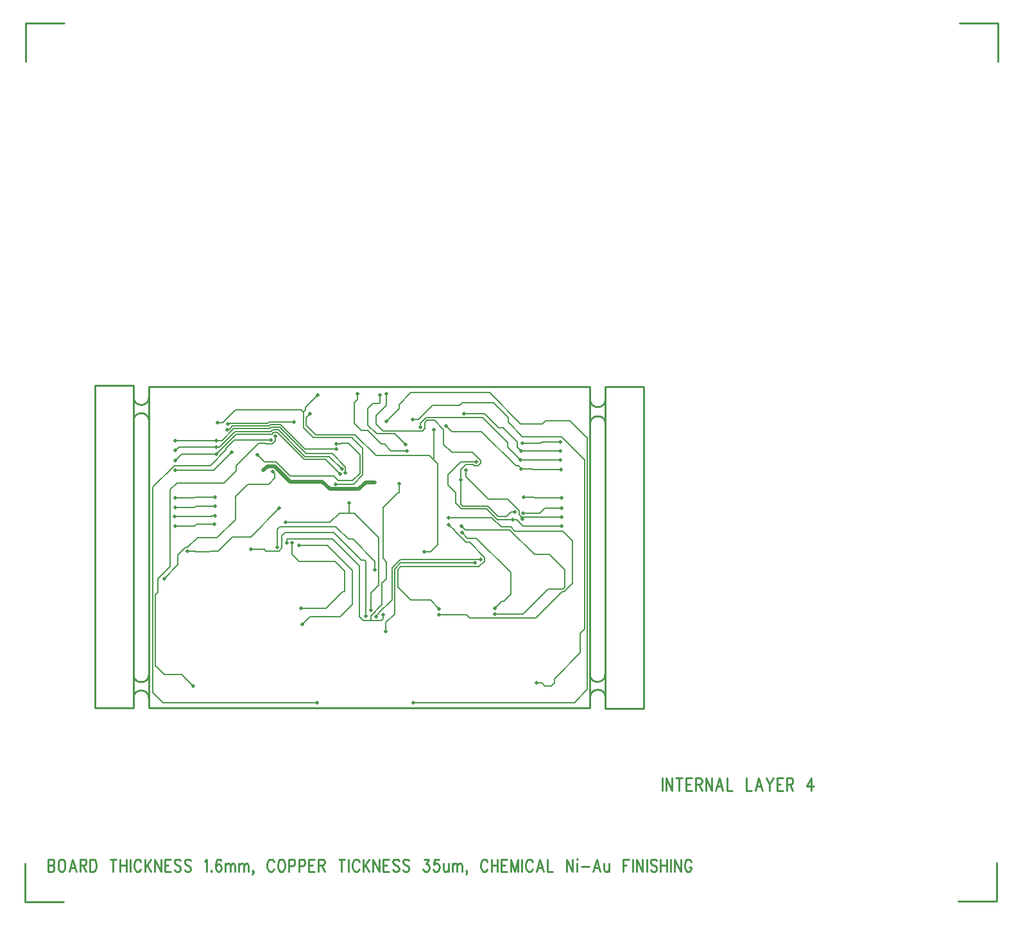
<source format=gbr>
*
*
G04 PADS Layout (Build Number 2007.21.1) generated Gerber (RS-274-X) file*
G04 PC Version=2.1*
*
%IN "2FOC-002.pcb"*%
*
%MOIN*%
*
%FSLAX35Y35*%
*
*
*
*
G04 PC Standard Apertures*
*
*
G04 Thermal Relief Aperture macro.*
%AMTER*
1,1,$1,0,0*
1,0,$1-$2,0,0*
21,0,$3,$4,0,0,45*
21,0,$3,$4,0,0,135*
%
*
*
G04 Annular Aperture macro.*
%AMANN*
1,1,$1,0,0*
1,0,$2,0,0*
%
*
*
G04 Odd Aperture macro.*
%AMODD*
1,1,$1,0,0*
1,0,$1-0.005,0,0*
%
*
*
G04 PC Custom Aperture Macros*
*
*
*
*
*
*
G04 PC Aperture Table*
*
%ADD010C,0.01*%
%ADD070C,0.001*%
%ADD083C,0.00787*%
%ADD087C,0.01969*%
*
*
*
*
G04 PC Circuitry*
G04 Layer Name 2FOC-002.pcb - circuitry*
%LPD*%
*
*
G04 PC Custom Flashes*
G04 Layer Name 2FOC-002.pcb - flashes*
%LPD*%
*
*
G04 PC Circuitry*
G04 Layer Name 2FOC-002.pcb - circuitry*
%LPD*%
*
G54D10*
G01X2078150Y1436248D02*
Y1429685D01*
X2080195Y1436248D02*
Y1429685D01*
Y1436248D02*
X2083377Y1429685D01*
Y1436248D02*
Y1429685D01*
X2087013Y1436248D02*
Y1429685D01*
X2085422Y1436248D02*
X2088604D01*
X2090650D02*
Y1429685D01*
Y1436248D02*
X2093604D01*
X2090650Y1433123D02*
X2092468D01*
X2090650Y1429685D02*
X2093604D01*
X2095650Y1436248D02*
Y1429685D01*
Y1436248D02*
X2097695D01*
X2098377Y1435935*
X2098604Y1435623*
X2098831Y1434998*
Y1434373*
X2098604Y1433748*
X2098377Y1433435*
X2097695Y1433123*
X2095650*
X2097241D02*
X2098831Y1429685D01*
X2100877Y1436248D02*
Y1429685D01*
Y1436248D02*
X2104059Y1429685D01*
Y1436248D02*
Y1429685D01*
X2107922Y1436248D02*
X2106104Y1429685D01*
X2107922Y1436248D02*
X2109741Y1429685D01*
X2106786Y1431873D02*
X2109059D01*
X2111786Y1436248D02*
Y1429685D01*
X2114513*
X2121786Y1436248D02*
Y1429685D01*
X2124513*
X2128377Y1436248D02*
X2126559Y1429685D01*
X2128377Y1436248D02*
X2130195Y1429685D01*
X2127241Y1431873D02*
X2129513D01*
X2132241Y1436248D02*
X2134059Y1433123D01*
Y1429685*
X2135877Y1436248D02*
X2134059Y1433123D01*
X2137922Y1436248D02*
Y1429685D01*
Y1436248D02*
X2140877D01*
X2137922Y1433123D02*
X2139741D01*
X2137922Y1429685D02*
X2140877D01*
X2142922Y1436248D02*
Y1429685D01*
Y1436248D02*
X2144968D01*
X2145650Y1435935*
X2145877Y1435623*
X2146104Y1434998*
Y1434373*
X2145877Y1433748*
X2145650Y1433435*
X2144968Y1433123*
X2142922*
X2144513D02*
X2146104Y1429685D01*
X2155650Y1436248D02*
X2153377Y1431873D01*
X2156786*
X2155650Y1436248D02*
Y1429685D01*
X1759252Y1394122D02*
Y1387559D01*
Y1394122D02*
X1761297D01*
X1761979Y1393809*
X1762207Y1393497*
X1762434Y1392872*
Y1392247*
X1762207Y1391622*
X1761979Y1391309*
X1761297Y1390997*
X1759252D02*
X1761297D01*
X1761979Y1390684*
X1762207Y1390372*
X1762434Y1389747*
Y1388809*
X1762207Y1388184*
X1761979Y1387872*
X1761297Y1387559*
X1759252*
X1765843Y1394122D02*
X1765388Y1393809D01*
X1764934Y1393184*
X1764707Y1392559*
X1764479Y1391622*
Y1390059*
X1764707Y1389122*
X1764934Y1388497*
X1765388Y1387872*
X1765843Y1387559*
X1766752*
X1767207Y1387872*
X1767661Y1388497*
X1767888Y1389122*
X1768116Y1390059*
Y1391622*
X1767888Y1392559*
X1767661Y1393184*
X1767207Y1393809*
X1766752Y1394122*
X1765843*
X1771979D02*
X1770161Y1387559D01*
X1771979Y1394122D02*
X1773797Y1387559D01*
X1770843Y1389747D02*
X1773116D01*
X1775843Y1394122D02*
Y1387559D01*
Y1394122D02*
X1777888D01*
X1778570Y1393809*
X1778797Y1393497*
X1779025Y1392872*
Y1392247*
X1778797Y1391622*
X1778570Y1391309*
X1777888Y1390997*
X1775843*
X1777434D02*
X1779025Y1387559D01*
X1781070Y1394122D02*
Y1387559D01*
Y1394122D02*
X1782661D01*
X1783343Y1393809*
X1783797Y1393184*
X1784025Y1392559*
X1784252Y1391622*
Y1390059*
X1784025Y1389122*
X1783797Y1388497*
X1783343Y1387872*
X1782661Y1387559*
X1781070*
X1793116Y1394122D02*
Y1387559D01*
X1791525Y1394122D02*
X1794707D01*
X1796752D02*
Y1387559D01*
X1799934Y1394122D02*
Y1387559D01*
X1796752Y1390997D02*
X1799934D01*
X1801979Y1394122D02*
Y1387559D01*
X1807434Y1392559D02*
X1807207Y1393184D01*
X1806752Y1393809*
X1806297Y1394122*
X1805388*
X1804934Y1393809*
X1804479Y1393184*
X1804252Y1392559*
X1804025Y1391622*
Y1390059*
X1804252Y1389122*
X1804479Y1388497*
X1804934Y1387872*
X1805388Y1387559*
X1806297*
X1806752Y1387872*
X1807207Y1388497*
X1807434Y1389122*
X1809479Y1394122D02*
Y1387559D01*
X1812661Y1394122D02*
X1809479Y1389747D01*
X1810616Y1391309D02*
X1812661Y1387559D01*
X1814707Y1394122D02*
Y1387559D01*
Y1394122D02*
X1817888Y1387559D01*
Y1394122D02*
Y1387559D01*
X1819934Y1394122D02*
Y1387559D01*
Y1394122D02*
X1822888D01*
X1819934Y1390997D02*
X1821752D01*
X1819934Y1387559D02*
X1822888D01*
X1828116Y1393184D02*
X1827661Y1393809D01*
X1826979Y1394122*
X1826070*
X1825388Y1393809*
X1824934Y1393184*
Y1392559*
X1825161Y1391934*
X1825388Y1391622*
X1825843Y1391309*
X1827207Y1390684*
X1827661Y1390372*
X1827888Y1390059*
X1828116Y1389434*
Y1388497*
X1827661Y1387872*
X1826979Y1387559*
X1826070*
X1825388Y1387872*
X1824934Y1388497*
X1833343Y1393184D02*
X1832888Y1393809D01*
X1832207Y1394122*
X1831297*
X1830616Y1393809*
X1830161Y1393184*
Y1392559*
X1830388Y1391934*
X1830616Y1391622*
X1831070Y1391309*
X1832434Y1390684*
X1832888Y1390372*
X1833116Y1390059*
X1833343Y1389434*
Y1388497*
X1832888Y1387872*
X1832207Y1387559*
X1831297*
X1830616Y1387872*
X1830161Y1388497*
X1840616Y1392872D02*
X1841070Y1393184D01*
X1841752Y1394122*
Y1387559*
X1844025Y1388184D02*
X1843797Y1387872D01*
X1844025Y1387559*
X1844252Y1387872*
X1844025Y1388184*
X1849025Y1393184D02*
X1848797Y1393809D01*
X1848116Y1394122*
X1847661*
X1846979Y1393809*
X1846525Y1392872*
X1846297Y1391309*
Y1389747*
X1846525Y1388497*
X1846979Y1387872*
X1847661Y1387559*
X1847888*
X1848570Y1387872*
X1849025Y1388497*
X1849252Y1389434*
Y1389747*
X1849025Y1390684*
X1848570Y1391309*
X1847888Y1391622*
X1847661*
X1846979Y1391309*
X1846525Y1390684*
X1846297Y1389747*
X1851297Y1391934D02*
Y1387559D01*
Y1390684D02*
X1851979Y1391622D01*
X1852434Y1391934*
X1853116*
X1853570Y1391622*
X1853797Y1390684*
Y1387559*
Y1390684D02*
X1854479Y1391622D01*
X1854934Y1391934*
X1855616*
X1856070Y1391622*
X1856297Y1390684*
Y1387559*
X1858343Y1391934D02*
Y1387559D01*
Y1390684D02*
X1859025Y1391622D01*
X1859479Y1391934*
X1860161*
X1860616Y1391622*
X1860843Y1390684*
Y1387559*
Y1390684D02*
X1861525Y1391622D01*
X1861979Y1391934*
X1862661*
X1863116Y1391622*
X1863343Y1390684*
Y1387559*
X1865843Y1387872D02*
X1865616Y1387559D01*
X1865388Y1387872*
X1865616Y1388184*
X1865843Y1387872*
Y1387247*
X1865616Y1386622*
X1865388Y1386309*
X1876525Y1392559D02*
X1876297Y1393184D01*
X1875843Y1393809*
X1875388Y1394122*
X1874479*
X1874025Y1393809*
X1873570Y1393184*
X1873343Y1392559*
X1873116Y1391622*
Y1390059*
X1873343Y1389122*
X1873570Y1388497*
X1874025Y1387872*
X1874479Y1387559*
X1875388*
X1875843Y1387872*
X1876297Y1388497*
X1876525Y1389122*
X1879934Y1394122D02*
X1879479Y1393809D01*
X1879025Y1393184*
X1878797Y1392559*
X1878570Y1391622*
Y1390059*
X1878797Y1389122*
X1879025Y1388497*
X1879479Y1387872*
X1879934Y1387559*
X1880843*
X1881297Y1387872*
X1881752Y1388497*
X1881979Y1389122*
X1882207Y1390059*
Y1391622*
X1881979Y1392559*
X1881752Y1393184*
X1881297Y1393809*
X1880843Y1394122*
X1879934*
X1884252D02*
Y1387559D01*
Y1394122D02*
X1886297D01*
X1886979Y1393809*
X1887207Y1393497*
X1887434Y1392872*
Y1391934*
X1887207Y1391309*
X1886979Y1390997*
X1886297Y1390684*
X1884252*
X1889479Y1394122D02*
Y1387559D01*
Y1394122D02*
X1891525D01*
X1892207Y1393809*
X1892434Y1393497*
X1892661Y1392872*
Y1391934*
X1892434Y1391309*
X1892207Y1390997*
X1891525Y1390684*
X1889479*
X1894707Y1394122D02*
Y1387559D01*
Y1394122D02*
X1897661D01*
X1894707Y1390997D02*
X1896525D01*
X1894707Y1387559D02*
X1897661D01*
X1899707Y1394122D02*
Y1387559D01*
Y1394122D02*
X1901752D01*
X1902434Y1393809*
X1902661Y1393497*
X1902888Y1392872*
Y1392247*
X1902661Y1391622*
X1902434Y1391309*
X1901752Y1390997*
X1899707*
X1901297D02*
X1902888Y1387559D01*
X1911752Y1394122D02*
Y1387559D01*
X1910161Y1394122D02*
X1913343D01*
X1915388D02*
Y1387559D01*
X1920843Y1392559D02*
X1920616Y1393184D01*
X1920161Y1393809*
X1919707Y1394122*
X1918797*
X1918343Y1393809*
X1917888Y1393184*
X1917661Y1392559*
X1917434Y1391622*
Y1390059*
X1917661Y1389122*
X1917888Y1388497*
X1918343Y1387872*
X1918797Y1387559*
X1919707*
X1920161Y1387872*
X1920616Y1388497*
X1920843Y1389122*
X1922888Y1394122D02*
Y1387559D01*
X1926070Y1394122D02*
X1922888Y1389747D01*
X1924025Y1391309D02*
X1926070Y1387559D01*
X1928116Y1394122D02*
Y1387559D01*
Y1394122D02*
X1931297Y1387559D01*
Y1394122D02*
Y1387559D01*
X1933343Y1394122D02*
Y1387559D01*
Y1394122D02*
X1936297D01*
X1933343Y1390997D02*
X1935161D01*
X1933343Y1387559D02*
X1936297D01*
X1941525Y1393184D02*
X1941070Y1393809D01*
X1940388Y1394122*
X1939479*
X1938797Y1393809*
X1938343Y1393184*
Y1392559*
X1938570Y1391934*
X1938797Y1391622*
X1939252Y1391309*
X1940616Y1390684*
X1941070Y1390372*
X1941297Y1390059*
X1941525Y1389434*
Y1388497*
X1941070Y1387872*
X1940388Y1387559*
X1939479*
X1938797Y1387872*
X1938343Y1388497*
X1946752Y1393184D02*
X1946297Y1393809D01*
X1945616Y1394122*
X1944707*
X1944025Y1393809*
X1943570Y1393184*
Y1392559*
X1943797Y1391934*
X1944025Y1391622*
X1944479Y1391309*
X1945843Y1390684*
X1946297Y1390372*
X1946525Y1390059*
X1946752Y1389434*
Y1388497*
X1946297Y1387872*
X1945616Y1387559*
X1944707*
X1944025Y1387872*
X1943570Y1388497*
X1954479Y1394122D02*
X1956979D01*
X1955616Y1391622*
X1956297*
X1956752Y1391309*
X1956979Y1390997*
X1957207Y1390059*
Y1389434*
X1956979Y1388497*
X1956525Y1387872*
X1955843Y1387559*
X1955161*
X1954479Y1387872*
X1954252Y1388184*
X1954025Y1388809*
X1962207Y1394122D02*
X1959934D01*
X1959707Y1391309*
X1959934Y1391622*
X1960616Y1391934*
X1961297*
X1961979Y1391622*
X1962434Y1390997*
X1962661Y1390059*
X1962434Y1389434*
X1962207Y1388497*
X1961752Y1387872*
X1961070Y1387559*
X1960388*
X1959707Y1387872*
X1959479Y1388184*
X1959252Y1388809*
X1964707Y1391934D02*
Y1388809D01*
X1964934Y1387872*
X1965388Y1387559*
X1966070*
X1966525Y1387872*
X1967207Y1388809*
Y1391934D02*
Y1387559D01*
X1969252Y1391934D02*
Y1387559D01*
Y1390684D02*
X1969934Y1391622D01*
X1970388Y1391934*
X1971070*
X1971525Y1391622*
X1971752Y1390684*
Y1387559*
Y1390684D02*
X1972434Y1391622D01*
X1972888Y1391934*
X1973570*
X1974025Y1391622*
X1974252Y1390684*
Y1387559*
X1976752Y1387872D02*
X1976525Y1387559D01*
X1976297Y1387872*
X1976525Y1388184*
X1976752Y1387872*
Y1387247*
X1976525Y1386622*
X1976297Y1386309*
X1987434Y1392559D02*
X1987207Y1393184D01*
X1986752Y1393809*
X1986297Y1394122*
X1985388*
X1984934Y1393809*
X1984479Y1393184*
X1984252Y1392559*
X1984025Y1391622*
Y1390059*
X1984252Y1389122*
X1984479Y1388497*
X1984934Y1387872*
X1985388Y1387559*
X1986297*
X1986752Y1387872*
X1987207Y1388497*
X1987434Y1389122*
X1989479Y1394122D02*
Y1387559D01*
X1992661Y1394122D02*
Y1387559D01*
X1989479Y1390997D02*
X1992661D01*
X1994707Y1394122D02*
Y1387559D01*
Y1394122D02*
X1997661D01*
X1994707Y1390997D02*
X1996525D01*
X1994707Y1387559D02*
X1997661D01*
X1999707Y1394122D02*
Y1387559D01*
Y1394122D02*
X2001525Y1387559D01*
X2003343Y1394122D02*
X2001525Y1387559D01*
X2003343Y1394122D02*
Y1387559D01*
X2005388Y1394122D02*
Y1387559D01*
X2010843Y1392559D02*
X2010616Y1393184D01*
X2010161Y1393809*
X2009707Y1394122*
X2008797*
X2008343Y1393809*
X2007888Y1393184*
X2007661Y1392559*
X2007434Y1391622*
Y1390059*
X2007661Y1389122*
X2007888Y1388497*
X2008343Y1387872*
X2008797Y1387559*
X2009707*
X2010161Y1387872*
X2010616Y1388497*
X2010843Y1389122*
X2014707Y1394122D02*
X2012888Y1387559D01*
X2014707Y1394122D02*
X2016525Y1387559D01*
X2013570Y1389747D02*
X2015843D01*
X2018570Y1394122D02*
Y1387559D01*
X2021297*
X2028570Y1394122D02*
Y1387559D01*
Y1394122D02*
X2031752Y1387559D01*
Y1394122D02*
Y1387559D01*
X2033797Y1394122D02*
X2034025Y1393809D01*
X2034252Y1394122*
X2034025Y1394434*
X2033797Y1394122*
X2034025Y1391934D02*
Y1387559D01*
X2036297Y1390372D02*
X2040388D01*
X2044252Y1394122D02*
X2042434Y1387559D01*
X2044252Y1394122D02*
X2046070Y1387559D01*
X2043116Y1389747D02*
X2045388D01*
X2048116Y1391934D02*
Y1388809D01*
X2048343Y1387872*
X2048797Y1387559*
X2049479*
X2049934Y1387872*
X2050616Y1388809*
Y1391934D02*
Y1387559D01*
X2057888Y1394122D02*
Y1387559D01*
Y1394122D02*
X2060843D01*
X2057888Y1390997D02*
X2059707D01*
X2062888Y1394122D02*
Y1387559D01*
X2064934Y1394122D02*
Y1387559D01*
Y1394122D02*
X2068116Y1387559D01*
Y1394122D02*
Y1387559D01*
X2070161Y1394122D02*
Y1387559D01*
X2075388Y1393184D02*
X2074934Y1393809D01*
X2074252Y1394122*
X2073343*
X2072661Y1393809*
X2072207Y1393184*
Y1392559*
X2072434Y1391934*
X2072661Y1391622*
X2073116Y1391309*
X2074479Y1390684*
X2074934Y1390372*
X2075161Y1390059*
X2075388Y1389434*
Y1388497*
X2074934Y1387872*
X2074252Y1387559*
X2073343*
X2072661Y1387872*
X2072207Y1388497*
X2077434Y1394122D02*
Y1387559D01*
X2080616Y1394122D02*
Y1387559D01*
X2077434Y1390997D02*
X2080616D01*
X2082661Y1394122D02*
Y1387559D01*
X2084707Y1394122D02*
Y1387559D01*
Y1394122D02*
X2087888Y1387559D01*
Y1394122D02*
Y1387559D01*
X2093343Y1392559D02*
X2093116Y1393184D01*
X2092661Y1393809*
X2092207Y1394122*
X2091297*
X2090843Y1393809*
X2090388Y1393184*
X2090161Y1392559*
X2089934Y1391622*
Y1390059*
X2090161Y1389122*
X2090388Y1388497*
X2090843Y1387872*
X2091297Y1387559*
X2092207*
X2092661Y1387872*
X2093116Y1388497*
X2093343Y1389122*
Y1390059*
X2092207D02*
X2093343D01*
X1811638Y1472618D02*
X2040748D01*
Y1639331*
X1811638*
Y1472618*
X1767520Y1828110D02*
X1747520D01*
Y1808110*
X1747441Y1391890D02*
Y1371890D01*
X1767441*
X2232087Y1372205D02*
X2252087D01*
Y1392205*
X2252559Y1808031D02*
Y1828031D01*
X2232559*
X1803543Y1640118D02*
Y1472598D01*
X1783465*
Y1639921*
X1803346*
X2040757Y1632696D02*
G75*
G03X2048757I4000J0D01*
G01X2048791Y1619988D02*
G03X2040791I-4000J-0D01*
G01X1803664Y1633822D02*
G03X1811664I4000J0D01*
G01X1811677Y1621551D02*
G03X1803677I-4000J0D01*
G01X1803664Y1489924D02*
G03X1811664I4000J0D01*
G01X1811612Y1477656D02*
G03X1803612I-4000J-0D01*
G01X2040672Y1490121D02*
G03X2048672I4000J0D01*
G01X2068504Y1472205D02*
X2048728D01*
Y1639331*
X2068504*
Y1472205*
X2048805Y1478060D02*
G03X2040805I-4000J-0D01*
G54D70*
G54D83*
G01X1813583Y1480669D02*
Y1480472D01*
X1818898Y1475157*
X1899016*
X1949016Y1475354D02*
X2032480D01*
X2039370Y1482244*
X2012795Y1485591D02*
X2015748D01*
X2017126Y1484016*
X2020669*
X2022244Y1485591*
Y1487756*
X2035630Y1501142*
Y1511378*
X2037795Y1513543*
X1934646Y1512362D02*
Y1516890D01*
X1939173Y1521417*
Y1544646*
X1942323Y1547795*
X1981102*
X1813583Y1524879D02*
Y1524295D01*
Y1528504D02*
Y1587165D01*
X1824803Y1598386*
X1843504*
X1851575Y1606457*
Y1607441*
X1855906Y1611772*
X1864961*
X1865157Y1611575*
X1874803*
X1813583Y1528504D02*
Y1524879D01*
Y1524295D02*
Y1480669D01*
X1814961Y1524879D02*
Y1531225D01*
X1816240Y1532504*
Y1539724*
X1822638Y1546122*
Y1585829*
X1826238Y1589429*
X1850693*
X1856913Y1595650*
Y1598254*
X1868669Y1610009*
X1871939*
X1872352Y1609597*
X1875622*
X1877362Y1611337*
Y1613543*
X1814961Y1524879D02*
X1814970Y1524870D01*
Y1524295*
Y1521378*
X1814984Y1521364*
Y1494272*
X1815181*
X1819512Y1489941*
X1828524*
X1834646Y1483819*
X1891142Y1515906D02*
X1895276Y1520039D01*
X1911024*
X1917126Y1526142*
Y1542087*
X1890551Y1524173D02*
X1903740D01*
X1912402Y1532835*
X1913189*
Y1543661*
X1926969Y1518071D02*
Y1520433D01*
X1932677Y1526142*
Y1537559*
X1933071Y1537953*
X1933268*
X1935039Y1539724*
Y1546220*
X1926969Y1518071D02*
X1932283D01*
X1933268Y1519055*
Y1521024*
X1929528Y1520039D02*
X1931102Y1521614D01*
Y1521811*
X1937795Y1528504*
Y1545236*
X1942323Y1549764*
X1984055*
X1926969Y1523386D02*
Y1532244D01*
X1930906Y1536181*
Y1553307*
X1931102Y1553504*
X1962402Y1520827D02*
X1976575D01*
X1978150Y1519252*
X2012598*
X2026378Y1533031*
X2027362*
X2031496Y1537165*
Y1558425*
X1991339Y1521220D02*
X2005906D01*
X2019094Y1534409*
X2026772*
X2027559Y1535197*
Y1539795*
X1991339Y1524370D02*
X1994882Y1527913D01*
X1996063*
X1999606Y1531457*
Y1542087*
X2039370Y1524567D02*
Y1524295D01*
X2037795Y1524567D02*
Y1524295D01*
Y1513543*
X2039370Y1524295D02*
Y1482244D01*
X1819488Y1539724D02*
X1826772Y1547008D01*
Y1551929*
X1830709Y1555866*
X1831693*
X1836811Y1560984*
X1847047*
X1856496Y1570433*
Y1582441*
X1862795Y1588740*
X1873819*
X1876969Y1591890*
X1933268Y1552323D02*
Y1550157D01*
X1935039Y1548386*
Y1546220*
X1933268Y1552323D02*
Y1576732D01*
X1940945Y1584409*
X1941535*
Y1588937*
X1940945Y1539795D02*
Y1544449D01*
X1942323Y1545827*
X1983071*
X1986024Y1548780*
Y1549764*
X1940945Y1539795D02*
Y1535197D01*
X1947638Y1528504*
X1957874*
X1962402Y1523976*
X1954528Y1553504D02*
X1957874D01*
X1961614Y1557244*
Y1561969*
X1831693Y1553898D02*
X1835827D01*
X1836024Y1553701*
X1843110*
X1843307Y1553898*
X1847638*
X1855118Y1561378*
X1864567*
X1879331Y1576142*
X1825197Y1566890D02*
X1835236D01*
X1836220Y1567874*
X1845669*
X1825000Y1572008D02*
X1843898D01*
X1844094Y1572205*
X1845866*
X1864567Y1554882D02*
X1871457D01*
X1872244Y1554094*
X1879134*
X1880709Y1555669*
Y1561969*
X1882283Y1563543*
X1907677*
X1922047Y1549173*
X1923622*
X1924213Y1548583*
Y1520236*
X1878150Y1556063D02*
Y1565315D01*
X1879528Y1566693*
X1908661*
X1915157Y1560197*
X1917520*
X1928937Y1548780*
Y1544252*
X1889567Y1557047D02*
X1904134D01*
X1917126Y1544055*
Y1542087*
X1885827Y1558228D02*
Y1552323D01*
X1889567Y1548583*
X1908268*
X1913189Y1543661*
X1882677Y1568858D02*
X1905709D01*
X1910630Y1573780*
X1915551*
X1883268Y1558425D02*
Y1560394D01*
X1883268*
X1906890*
X1921063Y1546220*
Y1520039*
X1923031Y1518071*
X1926969*
X1915551Y1573780D02*
X1918307D01*
X1931102Y1560984*
Y1553504*
X1915551Y1573780D02*
Y1573976D01*
X1915748Y1574173*
Y1578898*
X1967323Y1567677D02*
X1970472Y1564528D01*
Y1564331*
X1976181Y1558622*
X1978150*
X1986024Y1550748*
Y1549764*
X1974016Y1567087D02*
X1975984Y1565118D01*
X1999016*
X2011811Y1552323*
X2019685*
X2027559Y1544449*
Y1539795*
X1967323Y1571220D02*
X1989764D01*
X1994488Y1566496*
X1999606*
X2001772Y1564331*
X2026575*
X2031496Y1559409*
Y1558425*
X1974213Y1563543D02*
X1976969Y1560787D01*
X1981693*
X1999606Y1542874*
Y1542087*
X2005315Y1571614D02*
X2005020Y1571319D01*
X2005709Y1570630*
X2005315Y1571614D02*
X2025787D01*
X2006102Y1573780D02*
X2014567D01*
X2017126Y1576339*
X2025787*
X2000591Y1570236D02*
X2002559D01*
X2005906Y1566890*
X2025787*
X1825197Y1581654D02*
X1835433D01*
X1835827Y1582047*
X1845866*
X1825197Y1576732D02*
X1835236D01*
X1835827Y1577323*
X1845866*
X1876969Y1592874D02*
Y1591890D01*
X1908465Y1588740D02*
X1917913D01*
X1922736Y1593563*
Y1605965*
X1966929Y1592677D02*
Y1588346D01*
X1970866Y1584409*
Y1579094*
X1974016Y1575945*
X1987008*
X1992717Y1570236*
X2000591*
X1973622Y1579291D02*
Y1590906D01*
Y1596220*
X1976378Y1598976*
X1980118*
X1980709Y1598386*
X1982677*
X1983882Y1599591*
X1966929Y1592677D02*
Y1593661D01*
X1973622Y1600354*
X1981693*
X1973622Y1579291D02*
Y1578307D01*
X1974606Y1577323*
X1987598*
X1993110Y1571811*
X1997244*
X1999606Y1574173*
X2001772*
X2006299Y1582047D02*
X2011220D01*
X2011811Y1581457*
X2025787*
X1825394Y1596024D02*
X1845276D01*
X1854528Y1605276*
X1825394Y1600945D02*
X1828740Y1604291D01*
X1846457*
X1825394Y1606260D02*
X1827165Y1608031D01*
X1846654*
X1825394Y1611378D02*
X1846457D01*
Y1604291D02*
X1856890Y1614724D01*
X1875591*
X1876378Y1615512*
X1878346*
X1892126Y1601732*
X1903150*
X1910827Y1594055*
X1846654Y1608031D02*
X1848228D01*
X1856299Y1616102*
X1875000*
X1875787Y1616890*
X1878937*
X1892717Y1603110*
X1905315*
X1911811Y1596614*
X1846457Y1611378D02*
X1849606D01*
X1855709Y1617480*
X1874409*
X1875197Y1618268*
X1879528*
X1893307Y1604488*
X1906890*
X1913780Y1597598*
Y1596614*
X1868110Y1603898D02*
X1871654Y1600354D01*
X1877559*
X1885039Y1592874*
X1907480*
X1909843Y1590512*
X1917323*
X1921260Y1594449*
X1875787Y1595433D02*
X1876969Y1594252D01*
Y1592874*
X1913583Y1594646D02*
X1913780Y1594843D01*
Y1596614*
X1909055Y1609606D02*
X1911220D01*
X1911417Y1609803*
X1915354*
X1921260Y1603898*
Y1594449*
X1959646Y1601142D02*
X1961614Y1599173D01*
Y1561969*
X1959646Y1601142D02*
Y1617087D01*
X1976181Y1595827D02*
Y1592480D01*
X1987795Y1580866*
X1998031*
X2003937Y1574961*
Y1572992*
X2005315Y1571614*
X2005118Y1596614D02*
X2010630D01*
X2010827Y1596417*
X2025591*
X2004921Y1606063D02*
X2010673D01*
X2010870Y1605866*
X2025394*
X2004724Y1601339D02*
X2010630D01*
X2010827Y1601142*
X2025394*
X2005512Y1609803D02*
X2014965D01*
X2015949Y1610787*
X2025394*
X1852559Y1619843D02*
X1852953Y1620236D01*
X1873228*
X1874016Y1621024*
X1886811*
X1847244Y1620630D02*
X1850000D01*
X1856496Y1627126*
X1890748*
X1891929Y1625945*
X1852362Y1617087D02*
X1853346D01*
X1855118Y1618858*
X1873819*
X1874606Y1619646*
X1880118*
X1892717Y1607047*
X1909055*
X1891929Y1625945D02*
Y1626142D01*
X1893110Y1627323*
Y1628701*
X1899213Y1634803*
X1891929Y1625945D02*
Y1621614D01*
X1893307D02*
Y1619449D01*
X1898425Y1614331*
X1918701*
X1929528Y1603504*
X1957283*
X1959646Y1601142*
X1891929Y1619449D02*
Y1617874D01*
X1896850Y1612953*
X1916929*
X1922736Y1607146*
Y1605965*
X1893307Y1621614D02*
Y1623386D01*
X1895276Y1625354*
X1891929Y1621614D02*
Y1619449D01*
X1918307Y1631063D02*
Y1620433D01*
X1922047Y1616693*
X1925197*
X1932382Y1609508*
X1933957*
X1937402Y1606063*
X1945472*
X1918307Y1631063D02*
X1919882Y1632638D01*
Y1635591*
X1925394Y1627913D02*
Y1619449D01*
X1929921Y1614921*
X1939173*
X1944882Y1609213*
X1925394Y1627913D02*
X1928004Y1630524D01*
X1931200*
X1931496Y1630820*
Y1635000*
X1929528Y1621024D02*
Y1624370D01*
X1934843Y1629685*
Y1635591*
X1929528Y1621024D02*
Y1620039D01*
X1933268Y1616299*
X1953740*
X1954921Y1617480*
Y1620630*
X1956102Y1621811*
X1960039*
X1964764Y1617087*
Y1609409*
X1968898Y1605276*
X1979571*
X1983882Y1600965*
Y1599591*
X1952756Y1618268D02*
Y1620433D01*
X1955512Y1623189*
X1985039*
X1998031Y1610197*
Y1608031*
X2004724Y1601339*
X1948622Y1622205D02*
X1951575D01*
X1959055Y1629685*
X1973031*
X1974213Y1630866*
X1990748*
X1998228Y1623386*
Y1620827*
X2005709Y1613346*
X2025787*
X2037795Y1601339*
Y1524567*
X1935039Y1621417D02*
X1941535Y1627913D01*
Y1630079*
X1947638Y1636181*
X1988583*
X2004724Y1620039*
X2015945*
X2017520Y1621614*
X2030315*
X2039370Y1612559*
Y1524567*
X1965945Y1619055D02*
X1968898Y1616102D01*
X1984252*
X2002165Y1598189*
X2003543*
X2005118Y1596614*
X1975394Y1625157D02*
X1986067D01*
X1993331Y1617894*
X1995693*
X2002976Y1610610*
Y1608008*
X2004921Y1606063*
G54D87*
X1871063Y1595827D02*
X1873228Y1597992D01*
X1876969*
X1884843Y1590118*
X1901772*
X1905709Y1586181*
X1920669*
X1924213Y1589724*
X1928937*
X1834646Y1483819D03*
X1899016Y1475157D03*
X1949016Y1475354D03*
X2012795Y1485591D03*
X1934646Y1512362D03*
X1891142Y1515906D03*
X1890551Y1524173D03*
X1924213Y1520236D03*
X1929528Y1520039D03*
X1926969Y1523386D03*
X1933268Y1521024D03*
X1962402Y1523976D03*
Y1520827D03*
X1991339Y1521220D03*
Y1524370D03*
X1819488Y1539724D03*
X1928937Y1544252D03*
X1954528Y1553504D03*
X1981102Y1547795D03*
X1984055Y1549764D03*
X1831693Y1553898D03*
X1825197Y1566890D03*
X1825000Y1572008D03*
X1845669Y1567874D03*
X1845866Y1572205D03*
X1864567Y1554882D03*
X1878150Y1556063D03*
X1889567Y1557047D03*
X1885827Y1558228D03*
X1882677Y1568858D03*
X1883268Y1558425D03*
X1967323Y1567677D03*
X1974016Y1567087D03*
X1967323Y1571220D03*
X1974213Y1563543D03*
X2006102Y1573780D03*
X2005709Y1570630D03*
X2000591Y1570236D03*
X2025787Y1571614D03*
Y1566890D03*
X1825197Y1581654D03*
Y1576732D03*
X1845866Y1582047D03*
Y1577323D03*
X1879331Y1576142D03*
X1908465Y1588740D03*
X1928937Y1589724D03*
X1915748Y1578898D03*
X1941535Y1588937D03*
X1973622Y1590906D03*
X2006299Y1582047D03*
X2001772Y1574173D03*
X2025787Y1576339D03*
Y1581457D03*
X1825394Y1596024D03*
Y1600945D03*
Y1606260D03*
Y1611378D03*
X1846457Y1604291D03*
X1846654Y1608031D03*
X1846457Y1611378D03*
X1854528Y1605276D03*
X1868110Y1603898D03*
X1871063Y1595827D03*
X1875787Y1595433D03*
X1874803Y1611575D03*
X1877362Y1613543D03*
X1911811Y1596614D03*
X1910827Y1594055D03*
X1913583Y1594646D03*
X1909055Y1607047D03*
Y1609606D03*
X1944882Y1609213D03*
X1945472Y1606063D03*
X1976181Y1595827D03*
X1981693Y1600354D03*
X2005118Y1596614D03*
X2004921Y1606063D03*
X2004724Y1601339D03*
X2005512Y1609803D03*
X2025591Y1596417D03*
X2025394Y1605866D03*
Y1601142D03*
Y1610787D03*
X1852559Y1619843D03*
X1847244Y1620630D03*
X1852362Y1617087D03*
X1886811Y1621024D03*
X1895276Y1625354D03*
X1952756Y1618268D03*
X1948622Y1622205D03*
X1935039Y1621417D03*
X1965945Y1619055D03*
X1959646Y1617087D03*
X1975394Y1625157D03*
X1899213Y1634803D03*
X1931496Y1635000D03*
X1919882Y1635591D03*
X1934843D03*
G74*
X0Y0D02*
M02*

</source>
